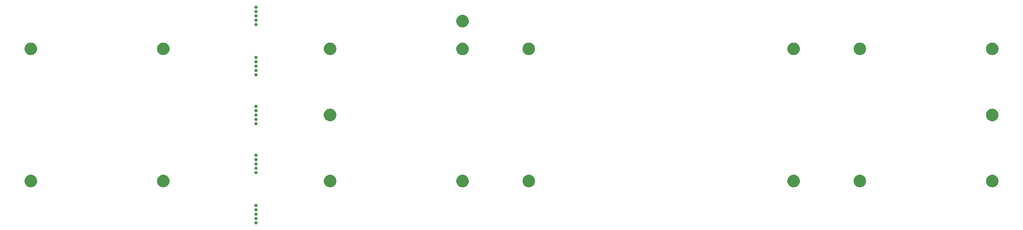
<source format=gbr>
G04 #@! TF.GenerationSoftware,KiCad,Pcbnew,(5.1.2-1)-1*
G04 #@! TF.CreationDate,2020-05-23T11:58:42-05:00*
G04 #@! TF.ProjectId,therick48.16SP_bottom_plate,74686572-6963-46b3-9438-2e313653505f,rev?*
G04 #@! TF.SameCoordinates,Original*
G04 #@! TF.FileFunction,Soldermask,Top*
G04 #@! TF.FilePolarity,Negative*
%FSLAX46Y46*%
G04 Gerber Fmt 4.6, Leading zero omitted, Abs format (unit mm)*
G04 Created by KiCad (PCBNEW (5.1.2-1)-1) date 2020-05-23 11:58:42*
%MOMM*%
%LPD*%
G04 APERTURE LIST*
%ADD10C,0.100000*%
G04 APERTURE END LIST*
D10*
G36*
X143771552Y-109226331D02*
G01*
X143853627Y-109260328D01*
X143853629Y-109260329D01*
X143890813Y-109285175D01*
X143927495Y-109309685D01*
X143990315Y-109372505D01*
X144039672Y-109446373D01*
X144073669Y-109528448D01*
X144091000Y-109615579D01*
X144091000Y-109704421D01*
X144073669Y-109791552D01*
X144039672Y-109873627D01*
X144039671Y-109873629D01*
X143990314Y-109947496D01*
X143927496Y-110010314D01*
X143853629Y-110059671D01*
X143853628Y-110059672D01*
X143853627Y-110059672D01*
X143771552Y-110093669D01*
X143684421Y-110111000D01*
X143595579Y-110111000D01*
X143508448Y-110093669D01*
X143426373Y-110059672D01*
X143426372Y-110059672D01*
X143426371Y-110059671D01*
X143352504Y-110010314D01*
X143289686Y-109947496D01*
X143240329Y-109873629D01*
X143240328Y-109873627D01*
X143206331Y-109791552D01*
X143189000Y-109704421D01*
X143189000Y-109615579D01*
X143206331Y-109528448D01*
X143240328Y-109446373D01*
X143289685Y-109372505D01*
X143352505Y-109309685D01*
X143389187Y-109285175D01*
X143426371Y-109260329D01*
X143426373Y-109260328D01*
X143508448Y-109226331D01*
X143595579Y-109209000D01*
X143684421Y-109209000D01*
X143771552Y-109226331D01*
X143771552Y-109226331D01*
G37*
G36*
X143771552Y-107976331D02*
G01*
X143853627Y-108010328D01*
X143853629Y-108010329D01*
X143890813Y-108035175D01*
X143927495Y-108059685D01*
X143990315Y-108122505D01*
X144039672Y-108196373D01*
X144073669Y-108278448D01*
X144091000Y-108365579D01*
X144091000Y-108454421D01*
X144073669Y-108541552D01*
X144039672Y-108623627D01*
X144039671Y-108623629D01*
X143990314Y-108697496D01*
X143927496Y-108760314D01*
X143853629Y-108809671D01*
X143853628Y-108809672D01*
X143853627Y-108809672D01*
X143771552Y-108843669D01*
X143684421Y-108861000D01*
X143595579Y-108861000D01*
X143508448Y-108843669D01*
X143426373Y-108809672D01*
X143426372Y-108809672D01*
X143426371Y-108809671D01*
X143352504Y-108760314D01*
X143289686Y-108697496D01*
X143240329Y-108623629D01*
X143240328Y-108623627D01*
X143206331Y-108541552D01*
X143189000Y-108454421D01*
X143189000Y-108365579D01*
X143206331Y-108278448D01*
X143240328Y-108196373D01*
X143289685Y-108122505D01*
X143352505Y-108059685D01*
X143389187Y-108035175D01*
X143426371Y-108010329D01*
X143426373Y-108010328D01*
X143508448Y-107976331D01*
X143595579Y-107959000D01*
X143684421Y-107959000D01*
X143771552Y-107976331D01*
X143771552Y-107976331D01*
G37*
G36*
X143771552Y-106726331D02*
G01*
X143853627Y-106760328D01*
X143853629Y-106760329D01*
X143890813Y-106785175D01*
X143927495Y-106809685D01*
X143990315Y-106872505D01*
X144039672Y-106946373D01*
X144073669Y-107028448D01*
X144091000Y-107115579D01*
X144091000Y-107204421D01*
X144073669Y-107291552D01*
X144039672Y-107373627D01*
X144039671Y-107373629D01*
X143990314Y-107447496D01*
X143927496Y-107510314D01*
X143853629Y-107559671D01*
X143853628Y-107559672D01*
X143853627Y-107559672D01*
X143771552Y-107593669D01*
X143684421Y-107611000D01*
X143595579Y-107611000D01*
X143508448Y-107593669D01*
X143426373Y-107559672D01*
X143426372Y-107559672D01*
X143426371Y-107559671D01*
X143352504Y-107510314D01*
X143289686Y-107447496D01*
X143240329Y-107373629D01*
X143240328Y-107373627D01*
X143206331Y-107291552D01*
X143189000Y-107204421D01*
X143189000Y-107115579D01*
X143206331Y-107028448D01*
X143240328Y-106946373D01*
X143289685Y-106872505D01*
X143352505Y-106809685D01*
X143389187Y-106785175D01*
X143426371Y-106760329D01*
X143426373Y-106760328D01*
X143508448Y-106726331D01*
X143595579Y-106709000D01*
X143684421Y-106709000D01*
X143771552Y-106726331D01*
X143771552Y-106726331D01*
G37*
G36*
X143771552Y-105476331D02*
G01*
X143853627Y-105510328D01*
X143853629Y-105510329D01*
X143890813Y-105535175D01*
X143927495Y-105559685D01*
X143990315Y-105622505D01*
X144039672Y-105696373D01*
X144073669Y-105778448D01*
X144091000Y-105865579D01*
X144091000Y-105954421D01*
X144073669Y-106041552D01*
X144039672Y-106123627D01*
X144039671Y-106123629D01*
X143990314Y-106197496D01*
X143927496Y-106260314D01*
X143853629Y-106309671D01*
X143853628Y-106309672D01*
X143853627Y-106309672D01*
X143771552Y-106343669D01*
X143684421Y-106361000D01*
X143595579Y-106361000D01*
X143508448Y-106343669D01*
X143426373Y-106309672D01*
X143426372Y-106309672D01*
X143426371Y-106309671D01*
X143352504Y-106260314D01*
X143289686Y-106197496D01*
X143240329Y-106123629D01*
X143240328Y-106123627D01*
X143206331Y-106041552D01*
X143189000Y-105954421D01*
X143189000Y-105865579D01*
X143206331Y-105778448D01*
X143240328Y-105696373D01*
X143289685Y-105622505D01*
X143352505Y-105559685D01*
X143389187Y-105535175D01*
X143426371Y-105510329D01*
X143426373Y-105510328D01*
X143508448Y-105476331D01*
X143595579Y-105459000D01*
X143684421Y-105459000D01*
X143771552Y-105476331D01*
X143771552Y-105476331D01*
G37*
G36*
X143771552Y-104226331D02*
G01*
X143853627Y-104260328D01*
X143853629Y-104260329D01*
X143890813Y-104285175D01*
X143927495Y-104309685D01*
X143990315Y-104372505D01*
X144039672Y-104446373D01*
X144073669Y-104528448D01*
X144091000Y-104615579D01*
X144091000Y-104704421D01*
X144073669Y-104791552D01*
X144039672Y-104873627D01*
X144039671Y-104873629D01*
X143990314Y-104947496D01*
X143927496Y-105010314D01*
X143853629Y-105059671D01*
X143853628Y-105059672D01*
X143853627Y-105059672D01*
X143771552Y-105093669D01*
X143684421Y-105111000D01*
X143595579Y-105111000D01*
X143508448Y-105093669D01*
X143426373Y-105059672D01*
X143426372Y-105059672D01*
X143426371Y-105059671D01*
X143352504Y-105010314D01*
X143289686Y-104947496D01*
X143240329Y-104873629D01*
X143240328Y-104873627D01*
X143206331Y-104791552D01*
X143189000Y-104704421D01*
X143189000Y-104615579D01*
X143206331Y-104528448D01*
X143240328Y-104446373D01*
X143289685Y-104372505D01*
X143352505Y-104309685D01*
X143389187Y-104285175D01*
X143426371Y-104260329D01*
X143426373Y-104260328D01*
X143508448Y-104226331D01*
X143595579Y-104209000D01*
X143684421Y-104209000D01*
X143771552Y-104226331D01*
X143771552Y-104226331D01*
G37*
G36*
X165445331Y-95928211D02*
G01*
X165773092Y-96063974D01*
X166068070Y-96261072D01*
X166318928Y-96511930D01*
X166516026Y-96806908D01*
X166651789Y-97134669D01*
X166721000Y-97482616D01*
X166721000Y-97837384D01*
X166651789Y-98185331D01*
X166516026Y-98513092D01*
X166318928Y-98808070D01*
X166068070Y-99058928D01*
X165773092Y-99256026D01*
X165445331Y-99391789D01*
X165097384Y-99461000D01*
X164742616Y-99461000D01*
X164394669Y-99391789D01*
X164066908Y-99256026D01*
X163771930Y-99058928D01*
X163521072Y-98808070D01*
X163323974Y-98513092D01*
X163188211Y-98185331D01*
X163119000Y-97837384D01*
X163119000Y-97482616D01*
X163188211Y-97134669D01*
X163323974Y-96806908D01*
X163521072Y-96511930D01*
X163771930Y-96261072D01*
X164066908Y-96063974D01*
X164394669Y-95928211D01*
X164742616Y-95859000D01*
X165097384Y-95859000D01*
X165445331Y-95928211D01*
X165445331Y-95928211D01*
G37*
G36*
X117565331Y-95928211D02*
G01*
X117893092Y-96063974D01*
X118188070Y-96261072D01*
X118438928Y-96511930D01*
X118636026Y-96806908D01*
X118771789Y-97134669D01*
X118841000Y-97482616D01*
X118841000Y-97837384D01*
X118771789Y-98185331D01*
X118636026Y-98513092D01*
X118438928Y-98808070D01*
X118188070Y-99058928D01*
X117893092Y-99256026D01*
X117565331Y-99391789D01*
X117217384Y-99461000D01*
X116862616Y-99461000D01*
X116514669Y-99391789D01*
X116186908Y-99256026D01*
X115891930Y-99058928D01*
X115641072Y-98808070D01*
X115443974Y-98513092D01*
X115308211Y-98185331D01*
X115239000Y-97837384D01*
X115239000Y-97482616D01*
X115308211Y-97134669D01*
X115443974Y-96806908D01*
X115641072Y-96511930D01*
X115891930Y-96261072D01*
X116186908Y-96063974D01*
X116514669Y-95928211D01*
X116862616Y-95859000D01*
X117217384Y-95859000D01*
X117565331Y-95928211D01*
X117565331Y-95928211D01*
G37*
G36*
X79565331Y-95928211D02*
G01*
X79893092Y-96063974D01*
X80188070Y-96261072D01*
X80438928Y-96511930D01*
X80636026Y-96806908D01*
X80771789Y-97134669D01*
X80841000Y-97482616D01*
X80841000Y-97837384D01*
X80771789Y-98185331D01*
X80636026Y-98513092D01*
X80438928Y-98808070D01*
X80188070Y-99058928D01*
X79893092Y-99256026D01*
X79565331Y-99391789D01*
X79217384Y-99461000D01*
X78862616Y-99461000D01*
X78514669Y-99391789D01*
X78186908Y-99256026D01*
X77891930Y-99058928D01*
X77641072Y-98808070D01*
X77443974Y-98513092D01*
X77308211Y-98185331D01*
X77239000Y-97837384D01*
X77239000Y-97482616D01*
X77308211Y-97134669D01*
X77443974Y-96806908D01*
X77641072Y-96511930D01*
X77891930Y-96261072D01*
X78186908Y-96063974D01*
X78514669Y-95928211D01*
X78862616Y-95859000D01*
X79217384Y-95859000D01*
X79565331Y-95928211D01*
X79565331Y-95928211D01*
G37*
G36*
X203445331Y-95928211D02*
G01*
X203773092Y-96063974D01*
X204068070Y-96261072D01*
X204318928Y-96511930D01*
X204516026Y-96806908D01*
X204651789Y-97134669D01*
X204721000Y-97482616D01*
X204721000Y-97837384D01*
X204651789Y-98185331D01*
X204516026Y-98513092D01*
X204318928Y-98808070D01*
X204068070Y-99058928D01*
X203773092Y-99256026D01*
X203445331Y-99391789D01*
X203097384Y-99461000D01*
X202742616Y-99461000D01*
X202394669Y-99391789D01*
X202066908Y-99256026D01*
X201771930Y-99058928D01*
X201521072Y-98808070D01*
X201323974Y-98513092D01*
X201188211Y-98185331D01*
X201119000Y-97837384D01*
X201119000Y-97482616D01*
X201188211Y-97134669D01*
X201323974Y-96806908D01*
X201521072Y-96511930D01*
X201771930Y-96261072D01*
X202066908Y-96063974D01*
X202394669Y-95928211D01*
X202742616Y-95859000D01*
X203097384Y-95859000D01*
X203445331Y-95928211D01*
X203445331Y-95928211D01*
G37*
G36*
X317445331Y-95928211D02*
G01*
X317773092Y-96063974D01*
X318068070Y-96261072D01*
X318318928Y-96511930D01*
X318516026Y-96806908D01*
X318651789Y-97134669D01*
X318721000Y-97482616D01*
X318721000Y-97837384D01*
X318651789Y-98185331D01*
X318516026Y-98513092D01*
X318318928Y-98808070D01*
X318068070Y-99058928D01*
X317773092Y-99256026D01*
X317445331Y-99391789D01*
X317097384Y-99461000D01*
X316742616Y-99461000D01*
X316394669Y-99391789D01*
X316066908Y-99256026D01*
X315771930Y-99058928D01*
X315521072Y-98808070D01*
X315323974Y-98513092D01*
X315188211Y-98185331D01*
X315119000Y-97837384D01*
X315119000Y-97482616D01*
X315188211Y-97134669D01*
X315323974Y-96806908D01*
X315521072Y-96511930D01*
X315771930Y-96261072D01*
X316066908Y-96063974D01*
X316394669Y-95928211D01*
X316742616Y-95859000D01*
X317097384Y-95859000D01*
X317445331Y-95928211D01*
X317445331Y-95928211D01*
G37*
G36*
X222445331Y-95928211D02*
G01*
X222773092Y-96063974D01*
X223068070Y-96261072D01*
X223318928Y-96511930D01*
X223516026Y-96806908D01*
X223651789Y-97134669D01*
X223721000Y-97482616D01*
X223721000Y-97837384D01*
X223651789Y-98185331D01*
X223516026Y-98513092D01*
X223318928Y-98808070D01*
X223068070Y-99058928D01*
X222773092Y-99256026D01*
X222445331Y-99391789D01*
X222097384Y-99461000D01*
X221742616Y-99461000D01*
X221394669Y-99391789D01*
X221066908Y-99256026D01*
X220771930Y-99058928D01*
X220521072Y-98808070D01*
X220323974Y-98513092D01*
X220188211Y-98185331D01*
X220119000Y-97837384D01*
X220119000Y-97482616D01*
X220188211Y-97134669D01*
X220323974Y-96806908D01*
X220521072Y-96511930D01*
X220771930Y-96261072D01*
X221066908Y-96063974D01*
X221394669Y-95928211D01*
X221742616Y-95859000D01*
X222097384Y-95859000D01*
X222445331Y-95928211D01*
X222445331Y-95928211D01*
G37*
G36*
X298445331Y-95928211D02*
G01*
X298773092Y-96063974D01*
X299068070Y-96261072D01*
X299318928Y-96511930D01*
X299516026Y-96806908D01*
X299651789Y-97134669D01*
X299721000Y-97482616D01*
X299721000Y-97837384D01*
X299651789Y-98185331D01*
X299516026Y-98513092D01*
X299318928Y-98808070D01*
X299068070Y-99058928D01*
X298773092Y-99256026D01*
X298445331Y-99391789D01*
X298097384Y-99461000D01*
X297742616Y-99461000D01*
X297394669Y-99391789D01*
X297066908Y-99256026D01*
X296771930Y-99058928D01*
X296521072Y-98808070D01*
X296323974Y-98513092D01*
X296188211Y-98185331D01*
X296119000Y-97837384D01*
X296119000Y-97482616D01*
X296188211Y-97134669D01*
X296323974Y-96806908D01*
X296521072Y-96511930D01*
X296771930Y-96261072D01*
X297066908Y-96063974D01*
X297394669Y-95928211D01*
X297742616Y-95859000D01*
X298097384Y-95859000D01*
X298445331Y-95928211D01*
X298445331Y-95928211D01*
G37*
G36*
X355445331Y-95928211D02*
G01*
X355773092Y-96063974D01*
X356068070Y-96261072D01*
X356318928Y-96511930D01*
X356516026Y-96806908D01*
X356651789Y-97134669D01*
X356721000Y-97482616D01*
X356721000Y-97837384D01*
X356651789Y-98185331D01*
X356516026Y-98513092D01*
X356318928Y-98808070D01*
X356068070Y-99058928D01*
X355773092Y-99256026D01*
X355445331Y-99391789D01*
X355097384Y-99461000D01*
X354742616Y-99461000D01*
X354394669Y-99391789D01*
X354066908Y-99256026D01*
X353771930Y-99058928D01*
X353521072Y-98808070D01*
X353323974Y-98513092D01*
X353188211Y-98185331D01*
X353119000Y-97837384D01*
X353119000Y-97482616D01*
X353188211Y-97134669D01*
X353323974Y-96806908D01*
X353521072Y-96511930D01*
X353771930Y-96261072D01*
X354066908Y-96063974D01*
X354394669Y-95928211D01*
X354742616Y-95859000D01*
X355097384Y-95859000D01*
X355445331Y-95928211D01*
X355445331Y-95928211D01*
G37*
G36*
X143771552Y-94786331D02*
G01*
X143853627Y-94820328D01*
X143853629Y-94820329D01*
X143890813Y-94845175D01*
X143927495Y-94869685D01*
X143990315Y-94932505D01*
X144039672Y-95006373D01*
X144073669Y-95088448D01*
X144091000Y-95175579D01*
X144091000Y-95264421D01*
X144073669Y-95351552D01*
X144039672Y-95433627D01*
X144039671Y-95433629D01*
X143990314Y-95507496D01*
X143927496Y-95570314D01*
X143853629Y-95619671D01*
X143853628Y-95619672D01*
X143853627Y-95619672D01*
X143771552Y-95653669D01*
X143684421Y-95671000D01*
X143595579Y-95671000D01*
X143508448Y-95653669D01*
X143426373Y-95619672D01*
X143426372Y-95619672D01*
X143426371Y-95619671D01*
X143352504Y-95570314D01*
X143289686Y-95507496D01*
X143240329Y-95433629D01*
X143240328Y-95433627D01*
X143206331Y-95351552D01*
X143189000Y-95264421D01*
X143189000Y-95175579D01*
X143206331Y-95088448D01*
X143240328Y-95006373D01*
X143289685Y-94932505D01*
X143352505Y-94869685D01*
X143389187Y-94845175D01*
X143426371Y-94820329D01*
X143426373Y-94820328D01*
X143508448Y-94786331D01*
X143595579Y-94769000D01*
X143684421Y-94769000D01*
X143771552Y-94786331D01*
X143771552Y-94786331D01*
G37*
G36*
X143771552Y-93536331D02*
G01*
X143853627Y-93570328D01*
X143853629Y-93570329D01*
X143890813Y-93595175D01*
X143927495Y-93619685D01*
X143990315Y-93682505D01*
X144039672Y-93756373D01*
X144073669Y-93838448D01*
X144091000Y-93925579D01*
X144091000Y-94014421D01*
X144073669Y-94101552D01*
X144039672Y-94183627D01*
X144039671Y-94183629D01*
X143990314Y-94257496D01*
X143927496Y-94320314D01*
X143853629Y-94369671D01*
X143853628Y-94369672D01*
X143853627Y-94369672D01*
X143771552Y-94403669D01*
X143684421Y-94421000D01*
X143595579Y-94421000D01*
X143508448Y-94403669D01*
X143426373Y-94369672D01*
X143426372Y-94369672D01*
X143426371Y-94369671D01*
X143352504Y-94320314D01*
X143289686Y-94257496D01*
X143240329Y-94183629D01*
X143240328Y-94183627D01*
X143206331Y-94101552D01*
X143189000Y-94014421D01*
X143189000Y-93925579D01*
X143206331Y-93838448D01*
X143240328Y-93756373D01*
X143289685Y-93682505D01*
X143352505Y-93619685D01*
X143389187Y-93595175D01*
X143426371Y-93570329D01*
X143426373Y-93570328D01*
X143508448Y-93536331D01*
X143595579Y-93519000D01*
X143684421Y-93519000D01*
X143771552Y-93536331D01*
X143771552Y-93536331D01*
G37*
G36*
X143771552Y-92286331D02*
G01*
X143853627Y-92320328D01*
X143853629Y-92320329D01*
X143890813Y-92345175D01*
X143927495Y-92369685D01*
X143990315Y-92432505D01*
X144039672Y-92506373D01*
X144073669Y-92588448D01*
X144091000Y-92675579D01*
X144091000Y-92764421D01*
X144073669Y-92851552D01*
X144039672Y-92933627D01*
X144039671Y-92933629D01*
X143990314Y-93007496D01*
X143927496Y-93070314D01*
X143853629Y-93119671D01*
X143853628Y-93119672D01*
X143853627Y-93119672D01*
X143771552Y-93153669D01*
X143684421Y-93171000D01*
X143595579Y-93171000D01*
X143508448Y-93153669D01*
X143426373Y-93119672D01*
X143426372Y-93119672D01*
X143426371Y-93119671D01*
X143352504Y-93070314D01*
X143289686Y-93007496D01*
X143240329Y-92933629D01*
X143240328Y-92933627D01*
X143206331Y-92851552D01*
X143189000Y-92764421D01*
X143189000Y-92675579D01*
X143206331Y-92588448D01*
X143240328Y-92506373D01*
X143289685Y-92432505D01*
X143352505Y-92369685D01*
X143389187Y-92345175D01*
X143426371Y-92320329D01*
X143426373Y-92320328D01*
X143508448Y-92286331D01*
X143595579Y-92269000D01*
X143684421Y-92269000D01*
X143771552Y-92286331D01*
X143771552Y-92286331D01*
G37*
G36*
X143771552Y-91036331D02*
G01*
X143853627Y-91070328D01*
X143853629Y-91070329D01*
X143890813Y-91095175D01*
X143927495Y-91119685D01*
X143990315Y-91182505D01*
X144039672Y-91256373D01*
X144073669Y-91338448D01*
X144091000Y-91425579D01*
X144091000Y-91514421D01*
X144073669Y-91601552D01*
X144039672Y-91683627D01*
X144039671Y-91683629D01*
X143990314Y-91757496D01*
X143927496Y-91820314D01*
X143853629Y-91869671D01*
X143853628Y-91869672D01*
X143853627Y-91869672D01*
X143771552Y-91903669D01*
X143684421Y-91921000D01*
X143595579Y-91921000D01*
X143508448Y-91903669D01*
X143426373Y-91869672D01*
X143426372Y-91869672D01*
X143426371Y-91869671D01*
X143352504Y-91820314D01*
X143289686Y-91757496D01*
X143240329Y-91683629D01*
X143240328Y-91683627D01*
X143206331Y-91601552D01*
X143189000Y-91514421D01*
X143189000Y-91425579D01*
X143206331Y-91338448D01*
X143240328Y-91256373D01*
X143289685Y-91182505D01*
X143352505Y-91119685D01*
X143389187Y-91095175D01*
X143426371Y-91070329D01*
X143426373Y-91070328D01*
X143508448Y-91036331D01*
X143595579Y-91019000D01*
X143684421Y-91019000D01*
X143771552Y-91036331D01*
X143771552Y-91036331D01*
G37*
G36*
X143771552Y-89786331D02*
G01*
X143853627Y-89820328D01*
X143853629Y-89820329D01*
X143890813Y-89845175D01*
X143927495Y-89869685D01*
X143990315Y-89932505D01*
X144039672Y-90006373D01*
X144073669Y-90088448D01*
X144091000Y-90175579D01*
X144091000Y-90264421D01*
X144073669Y-90351552D01*
X144039672Y-90433627D01*
X144039671Y-90433629D01*
X143990314Y-90507496D01*
X143927496Y-90570314D01*
X143853629Y-90619671D01*
X143853628Y-90619672D01*
X143853627Y-90619672D01*
X143771552Y-90653669D01*
X143684421Y-90671000D01*
X143595579Y-90671000D01*
X143508448Y-90653669D01*
X143426373Y-90619672D01*
X143426372Y-90619672D01*
X143426371Y-90619671D01*
X143352504Y-90570314D01*
X143289686Y-90507496D01*
X143240329Y-90433629D01*
X143240328Y-90433627D01*
X143206331Y-90351552D01*
X143189000Y-90264421D01*
X143189000Y-90175579D01*
X143206331Y-90088448D01*
X143240328Y-90006373D01*
X143289685Y-89932505D01*
X143352505Y-89869685D01*
X143389187Y-89845175D01*
X143426371Y-89820329D01*
X143426373Y-89820328D01*
X143508448Y-89786331D01*
X143595579Y-89769000D01*
X143684421Y-89769000D01*
X143771552Y-89786331D01*
X143771552Y-89786331D01*
G37*
G36*
X143771552Y-80726331D02*
G01*
X143853627Y-80760328D01*
X143853629Y-80760329D01*
X143890813Y-80785175D01*
X143927495Y-80809685D01*
X143990315Y-80872505D01*
X144039672Y-80946373D01*
X144073669Y-81028448D01*
X144091000Y-81115579D01*
X144091000Y-81204421D01*
X144073669Y-81291552D01*
X144039672Y-81373627D01*
X144039671Y-81373629D01*
X143990314Y-81447496D01*
X143927496Y-81510314D01*
X143853629Y-81559671D01*
X143853628Y-81559672D01*
X143853627Y-81559672D01*
X143771552Y-81593669D01*
X143684421Y-81611000D01*
X143595579Y-81611000D01*
X143508448Y-81593669D01*
X143426373Y-81559672D01*
X143426372Y-81559672D01*
X143426371Y-81559671D01*
X143352504Y-81510314D01*
X143289686Y-81447496D01*
X143240329Y-81373629D01*
X143240328Y-81373627D01*
X143206331Y-81291552D01*
X143189000Y-81204421D01*
X143189000Y-81115579D01*
X143206331Y-81028448D01*
X143240328Y-80946373D01*
X143289685Y-80872505D01*
X143352505Y-80809685D01*
X143389187Y-80785175D01*
X143426371Y-80760329D01*
X143426373Y-80760328D01*
X143508448Y-80726331D01*
X143595579Y-80709000D01*
X143684421Y-80709000D01*
X143771552Y-80726331D01*
X143771552Y-80726331D01*
G37*
G36*
X165445331Y-76928211D02*
G01*
X165773092Y-77063974D01*
X166068070Y-77261072D01*
X166318928Y-77511930D01*
X166516026Y-77806908D01*
X166651789Y-78134669D01*
X166721000Y-78482616D01*
X166721000Y-78837384D01*
X166651789Y-79185331D01*
X166516026Y-79513092D01*
X166318928Y-79808070D01*
X166068070Y-80058928D01*
X165773092Y-80256026D01*
X165445331Y-80391789D01*
X165097384Y-80461000D01*
X164742616Y-80461000D01*
X164394669Y-80391789D01*
X164066908Y-80256026D01*
X163771930Y-80058928D01*
X163521072Y-79808070D01*
X163323974Y-79513092D01*
X163188211Y-79185331D01*
X163119000Y-78837384D01*
X163119000Y-78482616D01*
X163188211Y-78134669D01*
X163323974Y-77806908D01*
X163521072Y-77511930D01*
X163771930Y-77261072D01*
X164066908Y-77063974D01*
X164394669Y-76928211D01*
X164742616Y-76859000D01*
X165097384Y-76859000D01*
X165445331Y-76928211D01*
X165445331Y-76928211D01*
G37*
G36*
X355445331Y-76928211D02*
G01*
X355773092Y-77063974D01*
X356068070Y-77261072D01*
X356318928Y-77511930D01*
X356516026Y-77806908D01*
X356651789Y-78134669D01*
X356721000Y-78482616D01*
X356721000Y-78837384D01*
X356651789Y-79185331D01*
X356516026Y-79513092D01*
X356318928Y-79808070D01*
X356068070Y-80058928D01*
X355773092Y-80256026D01*
X355445331Y-80391789D01*
X355097384Y-80461000D01*
X354742616Y-80461000D01*
X354394669Y-80391789D01*
X354066908Y-80256026D01*
X353771930Y-80058928D01*
X353521072Y-79808070D01*
X353323974Y-79513092D01*
X353188211Y-79185331D01*
X353119000Y-78837384D01*
X353119000Y-78482616D01*
X353188211Y-78134669D01*
X353323974Y-77806908D01*
X353521072Y-77511930D01*
X353771930Y-77261072D01*
X354066908Y-77063974D01*
X354394669Y-76928211D01*
X354742616Y-76859000D01*
X355097384Y-76859000D01*
X355445331Y-76928211D01*
X355445331Y-76928211D01*
G37*
G36*
X143771552Y-79476331D02*
G01*
X143853627Y-79510328D01*
X143853629Y-79510329D01*
X143890813Y-79535175D01*
X143927495Y-79559685D01*
X143990315Y-79622505D01*
X144039672Y-79696373D01*
X144073669Y-79778448D01*
X144091000Y-79865579D01*
X144091000Y-79954421D01*
X144073669Y-80041552D01*
X144039672Y-80123627D01*
X144039671Y-80123629D01*
X143990314Y-80197496D01*
X143927496Y-80260314D01*
X143853629Y-80309671D01*
X143853628Y-80309672D01*
X143853627Y-80309672D01*
X143771552Y-80343669D01*
X143684421Y-80361000D01*
X143595579Y-80361000D01*
X143508448Y-80343669D01*
X143426373Y-80309672D01*
X143426372Y-80309672D01*
X143426371Y-80309671D01*
X143352504Y-80260314D01*
X143289686Y-80197496D01*
X143240329Y-80123629D01*
X143240328Y-80123627D01*
X143206331Y-80041552D01*
X143189000Y-79954421D01*
X143189000Y-79865579D01*
X143206331Y-79778448D01*
X143240328Y-79696373D01*
X143289685Y-79622505D01*
X143352505Y-79559685D01*
X143389187Y-79535175D01*
X143426371Y-79510329D01*
X143426373Y-79510328D01*
X143508448Y-79476331D01*
X143595579Y-79459000D01*
X143684421Y-79459000D01*
X143771552Y-79476331D01*
X143771552Y-79476331D01*
G37*
G36*
X143771552Y-78226331D02*
G01*
X143853627Y-78260328D01*
X143853629Y-78260329D01*
X143890813Y-78285175D01*
X143927495Y-78309685D01*
X143990315Y-78372505D01*
X144039672Y-78446373D01*
X144073669Y-78528448D01*
X144091000Y-78615579D01*
X144091000Y-78704421D01*
X144073669Y-78791552D01*
X144039672Y-78873627D01*
X144039671Y-78873629D01*
X143990314Y-78947496D01*
X143927496Y-79010314D01*
X143853629Y-79059671D01*
X143853628Y-79059672D01*
X143853627Y-79059672D01*
X143771552Y-79093669D01*
X143684421Y-79111000D01*
X143595579Y-79111000D01*
X143508448Y-79093669D01*
X143426373Y-79059672D01*
X143426372Y-79059672D01*
X143426371Y-79059671D01*
X143352504Y-79010314D01*
X143289686Y-78947496D01*
X143240329Y-78873629D01*
X143240328Y-78873627D01*
X143206331Y-78791552D01*
X143189000Y-78704421D01*
X143189000Y-78615579D01*
X143206331Y-78528448D01*
X143240328Y-78446373D01*
X143289685Y-78372505D01*
X143352505Y-78309685D01*
X143389187Y-78285175D01*
X143426371Y-78260329D01*
X143426373Y-78260328D01*
X143508448Y-78226331D01*
X143595579Y-78209000D01*
X143684421Y-78209000D01*
X143771552Y-78226331D01*
X143771552Y-78226331D01*
G37*
G36*
X143771552Y-76976331D02*
G01*
X143853627Y-77010328D01*
X143853629Y-77010329D01*
X143890813Y-77035175D01*
X143927495Y-77059685D01*
X143990315Y-77122505D01*
X144039672Y-77196373D01*
X144073669Y-77278448D01*
X144091000Y-77365579D01*
X144091000Y-77454421D01*
X144073669Y-77541552D01*
X144039672Y-77623627D01*
X144039671Y-77623629D01*
X143990314Y-77697496D01*
X143927496Y-77760314D01*
X143853629Y-77809671D01*
X143853628Y-77809672D01*
X143853627Y-77809672D01*
X143771552Y-77843669D01*
X143684421Y-77861000D01*
X143595579Y-77861000D01*
X143508448Y-77843669D01*
X143426373Y-77809672D01*
X143426372Y-77809672D01*
X143426371Y-77809671D01*
X143352504Y-77760314D01*
X143289686Y-77697496D01*
X143240329Y-77623629D01*
X143240328Y-77623627D01*
X143206331Y-77541552D01*
X143189000Y-77454421D01*
X143189000Y-77365579D01*
X143206331Y-77278448D01*
X143240328Y-77196373D01*
X143289685Y-77122505D01*
X143352505Y-77059685D01*
X143389187Y-77035175D01*
X143426371Y-77010329D01*
X143426373Y-77010328D01*
X143508448Y-76976331D01*
X143595579Y-76959000D01*
X143684421Y-76959000D01*
X143771552Y-76976331D01*
X143771552Y-76976331D01*
G37*
G36*
X143771552Y-75726331D02*
G01*
X143853627Y-75760328D01*
X143853629Y-75760329D01*
X143890813Y-75785175D01*
X143927495Y-75809685D01*
X143990315Y-75872505D01*
X144039672Y-75946373D01*
X144073669Y-76028448D01*
X144091000Y-76115579D01*
X144091000Y-76204421D01*
X144073669Y-76291552D01*
X144039672Y-76373627D01*
X144039671Y-76373629D01*
X143990314Y-76447496D01*
X143927496Y-76510314D01*
X143853629Y-76559671D01*
X143853628Y-76559672D01*
X143853627Y-76559672D01*
X143771552Y-76593669D01*
X143684421Y-76611000D01*
X143595579Y-76611000D01*
X143508448Y-76593669D01*
X143426373Y-76559672D01*
X143426372Y-76559672D01*
X143426371Y-76559671D01*
X143352504Y-76510314D01*
X143289686Y-76447496D01*
X143240329Y-76373629D01*
X143240328Y-76373627D01*
X143206331Y-76291552D01*
X143189000Y-76204421D01*
X143189000Y-76115579D01*
X143206331Y-76028448D01*
X143240328Y-75946373D01*
X143289685Y-75872505D01*
X143352505Y-75809685D01*
X143389187Y-75785175D01*
X143426371Y-75760329D01*
X143426373Y-75760328D01*
X143508448Y-75726331D01*
X143595579Y-75709000D01*
X143684421Y-75709000D01*
X143771552Y-75726331D01*
X143771552Y-75726331D01*
G37*
G36*
X143771552Y-66666331D02*
G01*
X143853627Y-66700328D01*
X143853629Y-66700329D01*
X143890813Y-66725175D01*
X143927495Y-66749685D01*
X143990315Y-66812505D01*
X144039672Y-66886373D01*
X144073669Y-66968448D01*
X144091000Y-67055579D01*
X144091000Y-67144421D01*
X144073669Y-67231552D01*
X144039672Y-67313627D01*
X144039671Y-67313629D01*
X143990314Y-67387496D01*
X143927496Y-67450314D01*
X143853629Y-67499671D01*
X143853628Y-67499672D01*
X143853627Y-67499672D01*
X143771552Y-67533669D01*
X143684421Y-67551000D01*
X143595579Y-67551000D01*
X143508448Y-67533669D01*
X143426373Y-67499672D01*
X143426372Y-67499672D01*
X143426371Y-67499671D01*
X143352504Y-67450314D01*
X143289686Y-67387496D01*
X143240329Y-67313629D01*
X143240328Y-67313627D01*
X143206331Y-67231552D01*
X143189000Y-67144421D01*
X143189000Y-67055579D01*
X143206331Y-66968448D01*
X143240328Y-66886373D01*
X143289685Y-66812505D01*
X143352505Y-66749685D01*
X143389187Y-66725175D01*
X143426371Y-66700329D01*
X143426373Y-66700328D01*
X143508448Y-66666331D01*
X143595579Y-66649000D01*
X143684421Y-66649000D01*
X143771552Y-66666331D01*
X143771552Y-66666331D01*
G37*
G36*
X143771552Y-65416331D02*
G01*
X143853627Y-65450328D01*
X143853629Y-65450329D01*
X143890813Y-65475175D01*
X143927495Y-65499685D01*
X143990315Y-65562505D01*
X144039672Y-65636373D01*
X144073669Y-65718448D01*
X144091000Y-65805579D01*
X144091000Y-65894421D01*
X144073669Y-65981552D01*
X144039672Y-66063627D01*
X144039671Y-66063629D01*
X143990314Y-66137496D01*
X143927496Y-66200314D01*
X143853629Y-66249671D01*
X143853628Y-66249672D01*
X143853627Y-66249672D01*
X143771552Y-66283669D01*
X143684421Y-66301000D01*
X143595579Y-66301000D01*
X143508448Y-66283669D01*
X143426373Y-66249672D01*
X143426372Y-66249672D01*
X143426371Y-66249671D01*
X143352504Y-66200314D01*
X143289686Y-66137496D01*
X143240329Y-66063629D01*
X143240328Y-66063627D01*
X143206331Y-65981552D01*
X143189000Y-65894421D01*
X143189000Y-65805579D01*
X143206331Y-65718448D01*
X143240328Y-65636373D01*
X143289685Y-65562505D01*
X143352505Y-65499685D01*
X143389187Y-65475175D01*
X143426371Y-65450329D01*
X143426373Y-65450328D01*
X143508448Y-65416331D01*
X143595579Y-65399000D01*
X143684421Y-65399000D01*
X143771552Y-65416331D01*
X143771552Y-65416331D01*
G37*
G36*
X143771552Y-64166331D02*
G01*
X143853627Y-64200328D01*
X143853629Y-64200329D01*
X143890813Y-64225175D01*
X143927495Y-64249685D01*
X143990315Y-64312505D01*
X144039672Y-64386373D01*
X144073669Y-64468448D01*
X144091000Y-64555579D01*
X144091000Y-64644421D01*
X144073669Y-64731552D01*
X144039672Y-64813627D01*
X144039671Y-64813629D01*
X143990314Y-64887496D01*
X143927496Y-64950314D01*
X143853629Y-64999671D01*
X143853628Y-64999672D01*
X143853627Y-64999672D01*
X143771552Y-65033669D01*
X143684421Y-65051000D01*
X143595579Y-65051000D01*
X143508448Y-65033669D01*
X143426373Y-64999672D01*
X143426372Y-64999672D01*
X143426371Y-64999671D01*
X143352504Y-64950314D01*
X143289686Y-64887496D01*
X143240329Y-64813629D01*
X143240328Y-64813627D01*
X143206331Y-64731552D01*
X143189000Y-64644421D01*
X143189000Y-64555579D01*
X143206331Y-64468448D01*
X143240328Y-64386373D01*
X143289685Y-64312505D01*
X143352505Y-64249685D01*
X143389187Y-64225175D01*
X143426371Y-64200329D01*
X143426373Y-64200328D01*
X143508448Y-64166331D01*
X143595579Y-64149000D01*
X143684421Y-64149000D01*
X143771552Y-64166331D01*
X143771552Y-64166331D01*
G37*
G36*
X143771552Y-62916331D02*
G01*
X143853627Y-62950328D01*
X143853629Y-62950329D01*
X143890813Y-62975175D01*
X143927495Y-62999685D01*
X143990315Y-63062505D01*
X144039672Y-63136373D01*
X144073669Y-63218448D01*
X144091000Y-63305579D01*
X144091000Y-63394421D01*
X144073669Y-63481552D01*
X144039672Y-63563627D01*
X144039671Y-63563629D01*
X143990314Y-63637496D01*
X143927496Y-63700314D01*
X143853629Y-63749671D01*
X143853628Y-63749672D01*
X143853627Y-63749672D01*
X143771552Y-63783669D01*
X143684421Y-63801000D01*
X143595579Y-63801000D01*
X143508448Y-63783669D01*
X143426373Y-63749672D01*
X143426372Y-63749672D01*
X143426371Y-63749671D01*
X143352504Y-63700314D01*
X143289686Y-63637496D01*
X143240329Y-63563629D01*
X143240328Y-63563627D01*
X143206331Y-63481552D01*
X143189000Y-63394421D01*
X143189000Y-63305579D01*
X143206331Y-63218448D01*
X143240328Y-63136373D01*
X143289685Y-63062505D01*
X143352505Y-62999685D01*
X143389187Y-62975175D01*
X143426371Y-62950329D01*
X143426373Y-62950328D01*
X143508448Y-62916331D01*
X143595579Y-62899000D01*
X143684421Y-62899000D01*
X143771552Y-62916331D01*
X143771552Y-62916331D01*
G37*
G36*
X143771552Y-61666331D02*
G01*
X143853627Y-61700328D01*
X143853629Y-61700329D01*
X143890813Y-61725175D01*
X143927495Y-61749685D01*
X143990315Y-61812505D01*
X144039672Y-61886373D01*
X144073669Y-61968448D01*
X144091000Y-62055579D01*
X144091000Y-62144421D01*
X144073669Y-62231552D01*
X144039672Y-62313627D01*
X144039671Y-62313629D01*
X143990314Y-62387496D01*
X143927496Y-62450314D01*
X143853629Y-62499671D01*
X143853628Y-62499672D01*
X143853627Y-62499672D01*
X143771552Y-62533669D01*
X143684421Y-62551000D01*
X143595579Y-62551000D01*
X143508448Y-62533669D01*
X143426373Y-62499672D01*
X143426372Y-62499672D01*
X143426371Y-62499671D01*
X143352504Y-62450314D01*
X143289686Y-62387496D01*
X143240329Y-62313629D01*
X143240328Y-62313627D01*
X143206331Y-62231552D01*
X143189000Y-62144421D01*
X143189000Y-62055579D01*
X143206331Y-61968448D01*
X143240328Y-61886373D01*
X143289685Y-61812505D01*
X143352505Y-61749685D01*
X143389187Y-61725175D01*
X143426371Y-61700329D01*
X143426373Y-61700328D01*
X143508448Y-61666331D01*
X143595579Y-61649000D01*
X143684421Y-61649000D01*
X143771552Y-61666331D01*
X143771552Y-61666331D01*
G37*
G36*
X203445331Y-57943211D02*
G01*
X203773092Y-58078974D01*
X204068070Y-58276072D01*
X204318928Y-58526930D01*
X204516026Y-58821908D01*
X204651789Y-59149669D01*
X204721000Y-59497616D01*
X204721000Y-59852384D01*
X204651789Y-60200331D01*
X204516026Y-60528092D01*
X204318928Y-60823070D01*
X204068070Y-61073928D01*
X203773092Y-61271026D01*
X203445331Y-61406789D01*
X203097384Y-61476000D01*
X202742616Y-61476000D01*
X202394669Y-61406789D01*
X202066908Y-61271026D01*
X201771930Y-61073928D01*
X201521072Y-60823070D01*
X201323974Y-60528092D01*
X201188211Y-60200331D01*
X201119000Y-59852384D01*
X201119000Y-59497616D01*
X201188211Y-59149669D01*
X201323974Y-58821908D01*
X201521072Y-58526930D01*
X201771930Y-58276072D01*
X202066908Y-58078974D01*
X202394669Y-57943211D01*
X202742616Y-57874000D01*
X203097384Y-57874000D01*
X203445331Y-57943211D01*
X203445331Y-57943211D01*
G37*
G36*
X117565331Y-57928211D02*
G01*
X117893092Y-58063974D01*
X118188070Y-58261072D01*
X118438928Y-58511930D01*
X118636026Y-58806908D01*
X118771789Y-59134669D01*
X118841000Y-59482616D01*
X118841000Y-59837384D01*
X118771789Y-60185331D01*
X118636026Y-60513092D01*
X118438928Y-60808070D01*
X118188070Y-61058928D01*
X117893092Y-61256026D01*
X117565331Y-61391789D01*
X117217384Y-61461000D01*
X116862616Y-61461000D01*
X116514669Y-61391789D01*
X116186908Y-61256026D01*
X115891930Y-61058928D01*
X115641072Y-60808070D01*
X115443974Y-60513092D01*
X115308211Y-60185331D01*
X115239000Y-59837384D01*
X115239000Y-59482616D01*
X115308211Y-59134669D01*
X115443974Y-58806908D01*
X115641072Y-58511930D01*
X115891930Y-58261072D01*
X116186908Y-58063974D01*
X116514669Y-57928211D01*
X116862616Y-57859000D01*
X117217384Y-57859000D01*
X117565331Y-57928211D01*
X117565331Y-57928211D01*
G37*
G36*
X298445331Y-57928211D02*
G01*
X298773092Y-58063974D01*
X299068070Y-58261072D01*
X299318928Y-58511930D01*
X299516026Y-58806908D01*
X299651789Y-59134669D01*
X299721000Y-59482616D01*
X299721000Y-59837384D01*
X299651789Y-60185331D01*
X299516026Y-60513092D01*
X299318928Y-60808070D01*
X299068070Y-61058928D01*
X298773092Y-61256026D01*
X298445331Y-61391789D01*
X298097384Y-61461000D01*
X297742616Y-61461000D01*
X297394669Y-61391789D01*
X297066908Y-61256026D01*
X296771930Y-61058928D01*
X296521072Y-60808070D01*
X296323974Y-60513092D01*
X296188211Y-60185331D01*
X296119000Y-59837384D01*
X296119000Y-59482616D01*
X296188211Y-59134669D01*
X296323974Y-58806908D01*
X296521072Y-58511930D01*
X296771930Y-58261072D01*
X297066908Y-58063974D01*
X297394669Y-57928211D01*
X297742616Y-57859000D01*
X298097384Y-57859000D01*
X298445331Y-57928211D01*
X298445331Y-57928211D01*
G37*
G36*
X317445331Y-57928211D02*
G01*
X317773092Y-58063974D01*
X318068070Y-58261072D01*
X318318928Y-58511930D01*
X318516026Y-58806908D01*
X318651789Y-59134669D01*
X318721000Y-59482616D01*
X318721000Y-59837384D01*
X318651789Y-60185331D01*
X318516026Y-60513092D01*
X318318928Y-60808070D01*
X318068070Y-61058928D01*
X317773092Y-61256026D01*
X317445331Y-61391789D01*
X317097384Y-61461000D01*
X316742616Y-61461000D01*
X316394669Y-61391789D01*
X316066908Y-61256026D01*
X315771930Y-61058928D01*
X315521072Y-60808070D01*
X315323974Y-60513092D01*
X315188211Y-60185331D01*
X315119000Y-59837384D01*
X315119000Y-59482616D01*
X315188211Y-59134669D01*
X315323974Y-58806908D01*
X315521072Y-58511930D01*
X315771930Y-58261072D01*
X316066908Y-58063974D01*
X316394669Y-57928211D01*
X316742616Y-57859000D01*
X317097384Y-57859000D01*
X317445331Y-57928211D01*
X317445331Y-57928211D01*
G37*
G36*
X79565331Y-57928211D02*
G01*
X79893092Y-58063974D01*
X80188070Y-58261072D01*
X80438928Y-58511930D01*
X80636026Y-58806908D01*
X80771789Y-59134669D01*
X80841000Y-59482616D01*
X80841000Y-59837384D01*
X80771789Y-60185331D01*
X80636026Y-60513092D01*
X80438928Y-60808070D01*
X80188070Y-61058928D01*
X79893092Y-61256026D01*
X79565331Y-61391789D01*
X79217384Y-61461000D01*
X78862616Y-61461000D01*
X78514669Y-61391789D01*
X78186908Y-61256026D01*
X77891930Y-61058928D01*
X77641072Y-60808070D01*
X77443974Y-60513092D01*
X77308211Y-60185331D01*
X77239000Y-59837384D01*
X77239000Y-59482616D01*
X77308211Y-59134669D01*
X77443974Y-58806908D01*
X77641072Y-58511930D01*
X77891930Y-58261072D01*
X78186908Y-58063974D01*
X78514669Y-57928211D01*
X78862616Y-57859000D01*
X79217384Y-57859000D01*
X79565331Y-57928211D01*
X79565331Y-57928211D01*
G37*
G36*
X222445331Y-57928211D02*
G01*
X222773092Y-58063974D01*
X223068070Y-58261072D01*
X223318928Y-58511930D01*
X223516026Y-58806908D01*
X223651789Y-59134669D01*
X223721000Y-59482616D01*
X223721000Y-59837384D01*
X223651789Y-60185331D01*
X223516026Y-60513092D01*
X223318928Y-60808070D01*
X223068070Y-61058928D01*
X222773092Y-61256026D01*
X222445331Y-61391789D01*
X222097384Y-61461000D01*
X221742616Y-61461000D01*
X221394669Y-61391789D01*
X221066908Y-61256026D01*
X220771930Y-61058928D01*
X220521072Y-60808070D01*
X220323974Y-60513092D01*
X220188211Y-60185331D01*
X220119000Y-59837384D01*
X220119000Y-59482616D01*
X220188211Y-59134669D01*
X220323974Y-58806908D01*
X220521072Y-58511930D01*
X220771930Y-58261072D01*
X221066908Y-58063974D01*
X221394669Y-57928211D01*
X221742616Y-57859000D01*
X222097384Y-57859000D01*
X222445331Y-57928211D01*
X222445331Y-57928211D01*
G37*
G36*
X165445331Y-57928211D02*
G01*
X165773092Y-58063974D01*
X166068070Y-58261072D01*
X166318928Y-58511930D01*
X166516026Y-58806908D01*
X166651789Y-59134669D01*
X166721000Y-59482616D01*
X166721000Y-59837384D01*
X166651789Y-60185331D01*
X166516026Y-60513092D01*
X166318928Y-60808070D01*
X166068070Y-61058928D01*
X165773092Y-61256026D01*
X165445331Y-61391789D01*
X165097384Y-61461000D01*
X164742616Y-61461000D01*
X164394669Y-61391789D01*
X164066908Y-61256026D01*
X163771930Y-61058928D01*
X163521072Y-60808070D01*
X163323974Y-60513092D01*
X163188211Y-60185331D01*
X163119000Y-59837384D01*
X163119000Y-59482616D01*
X163188211Y-59134669D01*
X163323974Y-58806908D01*
X163521072Y-58511930D01*
X163771930Y-58261072D01*
X164066908Y-58063974D01*
X164394669Y-57928211D01*
X164742616Y-57859000D01*
X165097384Y-57859000D01*
X165445331Y-57928211D01*
X165445331Y-57928211D01*
G37*
G36*
X355445331Y-57928211D02*
G01*
X355773092Y-58063974D01*
X356068070Y-58261072D01*
X356318928Y-58511930D01*
X356516026Y-58806908D01*
X356651789Y-59134669D01*
X356721000Y-59482616D01*
X356721000Y-59837384D01*
X356651789Y-60185331D01*
X356516026Y-60513092D01*
X356318928Y-60808070D01*
X356068070Y-61058928D01*
X355773092Y-61256026D01*
X355445331Y-61391789D01*
X355097384Y-61461000D01*
X354742616Y-61461000D01*
X354394669Y-61391789D01*
X354066908Y-61256026D01*
X353771930Y-61058928D01*
X353521072Y-60808070D01*
X353323974Y-60513092D01*
X353188211Y-60185331D01*
X353119000Y-59837384D01*
X353119000Y-59482616D01*
X353188211Y-59134669D01*
X353323974Y-58806908D01*
X353521072Y-58511930D01*
X353771930Y-58261072D01*
X354066908Y-58063974D01*
X354394669Y-57928211D01*
X354742616Y-57859000D01*
X355097384Y-57859000D01*
X355445331Y-57928211D01*
X355445331Y-57928211D01*
G37*
G36*
X203432631Y-49948211D02*
G01*
X203760392Y-50083974D01*
X204055370Y-50281072D01*
X204306228Y-50531930D01*
X204503326Y-50826908D01*
X204639089Y-51154669D01*
X204708300Y-51502616D01*
X204708300Y-51857384D01*
X204639089Y-52205331D01*
X204503326Y-52533092D01*
X204306228Y-52828070D01*
X204055370Y-53078928D01*
X203760392Y-53276026D01*
X203432631Y-53411789D01*
X203084684Y-53481000D01*
X202729916Y-53481000D01*
X202381969Y-53411789D01*
X202054208Y-53276026D01*
X201759230Y-53078928D01*
X201508372Y-52828070D01*
X201311274Y-52533092D01*
X201175511Y-52205331D01*
X201106300Y-51857384D01*
X201106300Y-51502616D01*
X201175511Y-51154669D01*
X201311274Y-50826908D01*
X201508372Y-50531930D01*
X201759230Y-50281072D01*
X202054208Y-50083974D01*
X202381969Y-49948211D01*
X202729916Y-49879000D01*
X203084684Y-49879000D01*
X203432631Y-49948211D01*
X203432631Y-49948211D01*
G37*
G36*
X143771552Y-52226331D02*
G01*
X143853627Y-52260328D01*
X143853629Y-52260329D01*
X143890813Y-52285175D01*
X143927495Y-52309685D01*
X143990315Y-52372505D01*
X144039672Y-52446373D01*
X144073669Y-52528448D01*
X144091000Y-52615579D01*
X144091000Y-52704421D01*
X144073669Y-52791552D01*
X144039672Y-52873627D01*
X144039671Y-52873629D01*
X143990314Y-52947496D01*
X143927496Y-53010314D01*
X143853629Y-53059671D01*
X143853628Y-53059672D01*
X143853627Y-53059672D01*
X143771552Y-53093669D01*
X143684421Y-53111000D01*
X143595579Y-53111000D01*
X143508448Y-53093669D01*
X143426373Y-53059672D01*
X143426372Y-53059672D01*
X143426371Y-53059671D01*
X143352504Y-53010314D01*
X143289686Y-52947496D01*
X143240329Y-52873629D01*
X143240328Y-52873627D01*
X143206331Y-52791552D01*
X143189000Y-52704421D01*
X143189000Y-52615579D01*
X143206331Y-52528448D01*
X143240328Y-52446373D01*
X143289685Y-52372505D01*
X143352505Y-52309685D01*
X143389187Y-52285175D01*
X143426371Y-52260329D01*
X143426373Y-52260328D01*
X143508448Y-52226331D01*
X143595579Y-52209000D01*
X143684421Y-52209000D01*
X143771552Y-52226331D01*
X143771552Y-52226331D01*
G37*
G36*
X143771552Y-50976331D02*
G01*
X143853627Y-51010328D01*
X143853629Y-51010329D01*
X143890813Y-51035175D01*
X143927495Y-51059685D01*
X143990315Y-51122505D01*
X144039672Y-51196373D01*
X144073669Y-51278448D01*
X144091000Y-51365579D01*
X144091000Y-51454421D01*
X144073669Y-51541552D01*
X144039672Y-51623627D01*
X144039671Y-51623629D01*
X143990314Y-51697496D01*
X143927496Y-51760314D01*
X143853629Y-51809671D01*
X143853628Y-51809672D01*
X143853627Y-51809672D01*
X143771552Y-51843669D01*
X143684421Y-51861000D01*
X143595579Y-51861000D01*
X143508448Y-51843669D01*
X143426373Y-51809672D01*
X143426372Y-51809672D01*
X143426371Y-51809671D01*
X143352504Y-51760314D01*
X143289686Y-51697496D01*
X143240329Y-51623629D01*
X143240328Y-51623627D01*
X143206331Y-51541552D01*
X143189000Y-51454421D01*
X143189000Y-51365579D01*
X143206331Y-51278448D01*
X143240328Y-51196373D01*
X143289685Y-51122505D01*
X143352505Y-51059685D01*
X143389187Y-51035175D01*
X143426371Y-51010329D01*
X143426373Y-51010328D01*
X143508448Y-50976331D01*
X143595579Y-50959000D01*
X143684421Y-50959000D01*
X143771552Y-50976331D01*
X143771552Y-50976331D01*
G37*
G36*
X143771552Y-49726331D02*
G01*
X143853627Y-49760328D01*
X143853629Y-49760329D01*
X143890813Y-49785175D01*
X143927495Y-49809685D01*
X143990315Y-49872505D01*
X144039672Y-49946373D01*
X144073669Y-50028448D01*
X144091000Y-50115579D01*
X144091000Y-50204421D01*
X144073669Y-50291552D01*
X144039672Y-50373627D01*
X144039671Y-50373629D01*
X143990314Y-50447496D01*
X143927496Y-50510314D01*
X143853629Y-50559671D01*
X143853628Y-50559672D01*
X143853627Y-50559672D01*
X143771552Y-50593669D01*
X143684421Y-50611000D01*
X143595579Y-50611000D01*
X143508448Y-50593669D01*
X143426373Y-50559672D01*
X143426372Y-50559672D01*
X143426371Y-50559671D01*
X143352504Y-50510314D01*
X143289686Y-50447496D01*
X143240329Y-50373629D01*
X143240328Y-50373627D01*
X143206331Y-50291552D01*
X143189000Y-50204421D01*
X143189000Y-50115579D01*
X143206331Y-50028448D01*
X143240328Y-49946373D01*
X143289685Y-49872505D01*
X143352505Y-49809685D01*
X143389187Y-49785175D01*
X143426371Y-49760329D01*
X143426373Y-49760328D01*
X143508448Y-49726331D01*
X143595579Y-49709000D01*
X143684421Y-49709000D01*
X143771552Y-49726331D01*
X143771552Y-49726331D01*
G37*
G36*
X143771552Y-48476331D02*
G01*
X143853627Y-48510328D01*
X143853629Y-48510329D01*
X143890813Y-48535175D01*
X143927495Y-48559685D01*
X143990315Y-48622505D01*
X144039672Y-48696373D01*
X144073669Y-48778448D01*
X144091000Y-48865579D01*
X144091000Y-48954421D01*
X144073669Y-49041552D01*
X144039672Y-49123627D01*
X144039671Y-49123629D01*
X143990314Y-49197496D01*
X143927496Y-49260314D01*
X143853629Y-49309671D01*
X143853628Y-49309672D01*
X143853627Y-49309672D01*
X143771552Y-49343669D01*
X143684421Y-49361000D01*
X143595579Y-49361000D01*
X143508448Y-49343669D01*
X143426373Y-49309672D01*
X143426372Y-49309672D01*
X143426371Y-49309671D01*
X143352504Y-49260314D01*
X143289686Y-49197496D01*
X143240329Y-49123629D01*
X143240328Y-49123627D01*
X143206331Y-49041552D01*
X143189000Y-48954421D01*
X143189000Y-48865579D01*
X143206331Y-48778448D01*
X143240328Y-48696373D01*
X143289685Y-48622505D01*
X143352505Y-48559685D01*
X143389187Y-48535175D01*
X143426371Y-48510329D01*
X143426373Y-48510328D01*
X143508448Y-48476331D01*
X143595579Y-48459000D01*
X143684421Y-48459000D01*
X143771552Y-48476331D01*
X143771552Y-48476331D01*
G37*
G36*
X143771552Y-47226331D02*
G01*
X143853627Y-47260328D01*
X143853629Y-47260329D01*
X143890813Y-47285175D01*
X143927495Y-47309685D01*
X143990315Y-47372505D01*
X144039672Y-47446373D01*
X144073669Y-47528448D01*
X144091000Y-47615579D01*
X144091000Y-47704421D01*
X144073669Y-47791552D01*
X144039672Y-47873627D01*
X144039671Y-47873629D01*
X143990314Y-47947496D01*
X143927496Y-48010314D01*
X143853629Y-48059671D01*
X143853628Y-48059672D01*
X143853627Y-48059672D01*
X143771552Y-48093669D01*
X143684421Y-48111000D01*
X143595579Y-48111000D01*
X143508448Y-48093669D01*
X143426373Y-48059672D01*
X143426372Y-48059672D01*
X143426371Y-48059671D01*
X143352504Y-48010314D01*
X143289686Y-47947496D01*
X143240329Y-47873629D01*
X143240328Y-47873627D01*
X143206331Y-47791552D01*
X143189000Y-47704421D01*
X143189000Y-47615579D01*
X143206331Y-47528448D01*
X143240328Y-47446373D01*
X143289685Y-47372505D01*
X143352505Y-47309685D01*
X143389187Y-47285175D01*
X143426371Y-47260329D01*
X143426373Y-47260328D01*
X143508448Y-47226331D01*
X143595579Y-47209000D01*
X143684421Y-47209000D01*
X143771552Y-47226331D01*
X143771552Y-47226331D01*
G37*
M02*

</source>
